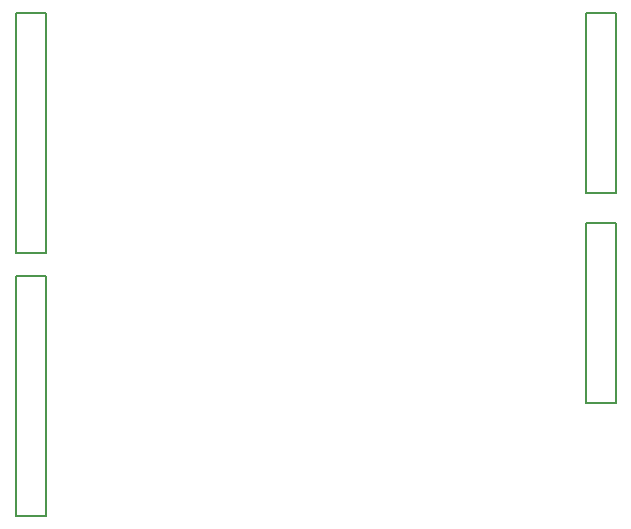
<source format=gbo>
G75*
G70*
%OFA0B0*%
%FSLAX24Y24*%
%IPPOS*%
%LPD*%
%AMOC8*
5,1,8,0,0,1.08239X$1,22.5*
%
%ADD10C,0.0050*%
D10*
X000856Y000851D02*
X001856Y000851D01*
X001856Y008851D01*
X000856Y008851D01*
X000856Y000851D01*
X000856Y009601D02*
X001856Y009601D01*
X001856Y017601D01*
X000856Y017601D01*
X000856Y009601D01*
X019856Y010601D02*
X019856Y004601D01*
X020856Y004601D01*
X020856Y010601D01*
X019856Y010601D01*
X019856Y011601D02*
X019856Y017601D01*
X020856Y017601D01*
X020856Y011601D01*
X019856Y011601D01*
M02*

</source>
